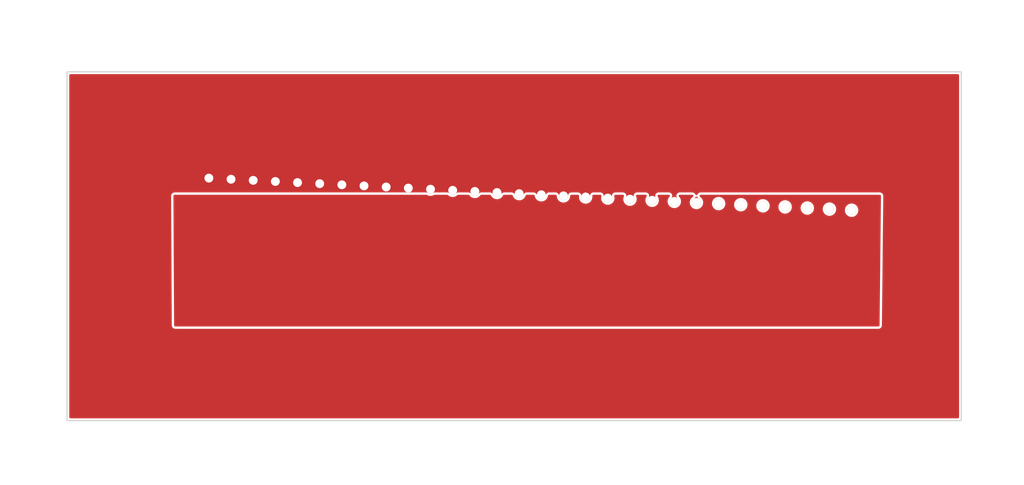
<source format=kicad_pcb>
(kicad_pcb (version 20211014) (generator pcbnew)

  (general
    (thickness 1.6)
  )

  (paper "A4")
  (title_block
    (title "Demo Kicad")
    (date "2015-10-09")
    (rev "2")
  )

  (layers
    (0 "F.Cu" signal "Top_layer")
    (1 "In1.Cu" power "GND_layer")
    (2 "In2.Cu" power "VDD_layer")
    (31 "B.Cu" signal "Bottom_layer")
    (32 "B.Adhes" user "B.Adhesive")
    (33 "F.Adhes" user "F.Adhesive")
    (34 "B.Paste" user)
    (35 "F.Paste" user)
    (36 "B.SilkS" user "B.Silkscreen")
    (37 "F.SilkS" user "F.Silkscreen")
    (38 "B.Mask" user)
    (39 "F.Mask" user)
    (40 "Dwgs.User" user "User.Drawings")
    (41 "Cmts.User" user "User.Comments")
    (44 "Edge.Cuts" user)
    (45 "Margin" user)
    (46 "B.CrtYd" user "B.Courtyard")
    (47 "F.CrtYd" user "F.Courtyard")
    (48 "B.Fab" user)
    (49 "F.Fab" user)
  )

  (setup
    (stackup
      (layer "F.SilkS" (type "Top Silk Screen") (color "White") (material "Liquid Photo"))
      (layer "F.Paste" (type "Top Solder Paste"))
      (layer "F.Mask" (type "Top Solder Mask") (color "Green") (thickness 0.01) (material "Dry Film") (epsilon_r 3.3) (loss_tangent 0))
      (layer "F.Cu" (type "copper") (thickness 0.035))
      (layer "dielectric 1" (type "prepreg") (thickness 0.48) (material "FR4") (epsilon_r 4.5) (loss_tangent 0.02))
      (layer "In1.Cu" (type "copper") (thickness 0.035))
      (layer "dielectric 2" (type "core") (thickness 0.48) (material "FR4") (epsilon_r 4.5) (loss_tangent 0.02))
      (layer "In2.Cu" (type "copper") (thickness 0.035))
      (layer "dielectric 3" (type "prepreg") (thickness 0.48) (material "FR4") (epsilon_r 4.5) (loss_tangent 0.02))
      (layer "B.Cu" (type "copper") (thickness 0.035))
      (layer "B.Mask" (type "Bottom Solder Mask") (color "Green") (thickness 0.01) (material "Dry Film") (epsilon_r 3.3) (loss_tangent 0))
      (layer "B.Paste" (type "Bottom Solder Paste"))
      (layer "B.SilkS" (type "Bottom Silk Screen") (color "White") (material "Liquid Photo"))
      (copper_finish "ENIG")
      (dielectric_constraints no)
    )
    (pad_to_mask_clearance 0)
    (aux_axis_origin 65.151 148.4122)
    (pcbplotparams
      (layerselection 0x00010fc_ffffffff)
      (disableapertmacros false)
      (usegerberextensions false)
      (usegerberattributes true)
      (usegerberadvancedattributes true)
      (creategerberjobfile true)
      (svguseinch false)
      (svgprecision 6)
      (excludeedgelayer false)
      (plotframeref false)
      (viasonmask false)
      (mode 1)
      (useauxorigin false)
      (hpglpennumber 1)
      (hpglpenspeed 20)
      (hpglpendiameter 15.000000)
      (dxfpolygonmode true)
      (dxfimperialunits true)
      (dxfusepcbnewfont true)
      (psnegative false)
      (psa4output false)
      (plotreference true)
      (plotvalue true)
      (plotinvisibletext false)
      (sketchpadsonfab false)
      (subtractmaskfromsilk false)
      (outputformat 1)
      (mirror false)
      (drillshape 0)
      (scaleselection 1)
      (outputdirectory "plots/")
    )
  )

  (net 0 "")
  (net 1 "GND")
  (net 2 "+3.3V")

  (gr_rect (start 103.5 89.25) (end 143.85 105) (layer "Edge.Cuts") (width 0.05) (fill none) (tstamp 01e6ef9e-cc19-4fc0-b0f9-6ccaa25c8de0))

  (via (at 120.9 94.6) (size 0.8) (drill 0.4) (layers "F.Cu" "B.Cu") (remove_unused_layers) (free) (net 1) (tstamp 1519798a-5e6d-4616-9ed0-6e793914e9e7))
  (via (at 118.9 94.5) (size 0.8) (drill 0.4) (layers "F.Cu" "B.Cu") (remove_unused_layers) (free) (net 1) (tstamp 1d8f6a0b-4fef-41c2-b095-9599ec3007e2))
  (via (at 127.9 94.95) (size 0.8) (drill 0.4) (layers "F.Cu" "B.Cu") (remove_unused_layers) (free) (net 1) (tstamp 1e6064ea-10cd-44a0-8f09-fc6095fb6d9e))
  (via (at 116.9 94.4) (size 0.8) (drill 0.4) (layers "F.Cu" "B.Cu") (remove_unused_layers) (free) (net 1) (tstamp 2879dcb0-3177-4ad8-8a40-86c6f758754d))
  (via (at 131.9 95.15) (size 0.8) (drill 0.4) (layers "F.Cu" "B.Cu") (remove_unused_layers) (free) (net 1) (tstamp 30bc243a-f6bf-45ea-b8c4-b0e23c53bf2e))
  (via (at 137.9 95.45) (size 0.8) (drill 0.4) (layers "F.Cu" "B.Cu") (remove_unused_layers) (free) (net 1) (tstamp 3a041c41-bc26-4ff9-b43b-86660a26215b))
  (via (at 115.9 94.35) (size 0.8) (drill 0.4) (layers "F.Cu" "B.Cu") (remove_unused_layers) (free) (net 1) (tstamp 447e3d0e-7f77-4cb6-95c8-ce291777d981))
  (via (at 111.9 94.15) (size 0.8) (drill 0.4) (layers "F.Cu" "B.Cu") (remove_unused_layers) (free) (net 1) (tstamp 464c85dd-3042-402f-8087-ac62b1e54ec4))
  (via (at 114.9 94.3) (size 0.8) (drill 0.4) (layers "F.Cu" "B.Cu") (remove_unused_layers) (free) (net 1) (tstamp 4bfb118e-b4e0-400e-86fa-a3b18bee3ba1))
  (via (at 122.9 94.7) (size 0.8) (drill 0.4) (layers "F.Cu" "B.Cu") (remove_unused_layers) (free) (net 1) (tstamp 4dd4a1ed-15d5-418f-8ce4-3c839a6a9977))
  (via (at 119.9 94.55) (size 0.8) (drill 0.4) (layers "F.Cu" "B.Cu") (remove_unused_layers) (free) (net 1) (tstamp 4dfd7a9a-dbfa-47d3-9769-025ca4054f68))
  (via (at 113.9 94.25) (size 0.8) (drill 0.4) (layers "F.Cu" "B.Cu") (remove_unused_layers) (free) (net 1) (tstamp 4fdb7e38-fd40-49b9-95a2-17181df868de))
  (via (at 136.9 95.4) (size 0.8) (drill 0.4) (layers "F.Cu" "B.Cu") (remove_unused_layers) (free) (net 1) (tstamp 4fefcc8d-610e-4ef2-b596-5728416f040d))
  (via (at 130.9 95.1) (size 0.8) (drill 0.4) (layers "F.Cu" "B.Cu") (remove_unused_layers) (free) (net 1) (tstamp 593a7ab3-f370-4e08-85b0-3ccbbc470652))
  (via (at 132.9 95.2) (size 0.8) (drill 0.4) (layers "F.Cu" "B.Cu") (remove_unused_layers) (free) (net 1) (tstamp 6582d9cc-ec96-4482-bf90-fa1cb71461bd))
  (via (at 134.9 95.3) (size 0.8) (drill 0.4) (layers "F.Cu" "B.Cu") (remove_unused_layers) (free) (net 1) (tstamp 7bf6b7c6-33c1-443e-9062-9aa69e56d00c))
  (via (at 117.9 94.45) (size 0.8) (drill 0.4) (layers "F.Cu" "B.Cu") (remove_unused_layers) (free) (net 1) (tstamp 7f804eab-6dde-4240-874c-90e344899708))
  (via (at 124.9 94.8) (size 0.8) (drill 0.4) (layers "F.Cu" "B.Cu") (remove_unused_layers) (free) (net 1) (tstamp 9c05a736-1421-4756-91ab-a9190be99d15))
  (via (at 112.9 94.2) (size 0.8) (drill 0.4) (layers "F.Cu" "B.Cu") (remove_unused_layers) (free) (net 1) (tstamp 9d5052c7-4f4b-46ca-a724-1bea96df1cae))
  (via (at 110.9 94.1) (size 0.8) (drill 0.4) (layers "F.Cu" "B.Cu") (remove_unused_layers) (free) (net 1) (tstamp ad3f3709-e32d-4b5c-9d8f-2fba71888a40))
  (via (at 129.9 95.05) (size 0.8) (drill 0.4) (layers "F.Cu" "B.Cu") (remove_unused_layers) (free) (net 1) (tstamp aec3396a-90b5-455d-877a-7761a368820a))
  (via (at 125.9 94.85) (size 0.8) (drill 0.4) (layers "F.Cu" "B.Cu") (remove_unused_layers) (free) (net 1) (tstamp b571f4f6-10db-4a58-93e5-5d5951f228aa))
  (via (at 138.9 95.5) (size 0.8) (drill 0.4) (layers "F.Cu" "B.Cu") (remove_unused_layers) (free) (net 1) (tstamp d558d8d2-d273-4d33-9b46-646642d7b824))
  (via (at 121.9 94.65) (size 0.8) (drill 0.4) (layers "F.Cu" "B.Cu") (remove_unused_layers) (free) (net 1) (tstamp dc96d1a9-032b-44e0-a095-73822e42ba29))
  (via (at 126.9 94.9) (size 0.8) (drill 0.4) (layers "F.Cu" "B.Cu") (remove_unused_layers) (free) (net 1) (tstamp de16d41a-723c-4602-a403-5ff6f9a38e0e))
  (via (at 123.9 94.75) (size 0.8) (drill 0.4) (layers "F.Cu" "B.Cu") (remove_unused_layers) (free) (net 1) (tstamp df4f61ef-62a1-44ea-8832-3a9f58ae4faa))
  (via (at 128.9 95) (size 0.8) (drill 0.4) (layers "F.Cu" "B.Cu") (remove_unused_layers) (free) (net 1) (tstamp efe0e841-3a24-47b3-8c4d-a642ec687279))
  (via (at 133.9 95.25) (size 0.8) (drill 0.4) (layers "F.Cu" "B.Cu") (remove_unused_layers) (free) (net 1) (tstamp f39e907e-41b5-417f-9f5a-705140f8a99f))
  (via (at 109.9 94.05) (size 0.8) (drill 0.4) (layers "F.Cu" "B.Cu") (remove_unused_layers) (free) (net 1) (tstamp f5cea4eb-49d9-40f8-ba50-604e83453cf7))
  (via (at 135.9 95.35) (size 0.8) (drill 0.4) (layers "F.Cu" "B.Cu") (remove_unused_layers) (free) (net 1) (tstamp fce03433-b726-4648-9c89-a2ef5afd99ad))

  (zone (net 2) (net_name "+3.3V") (layer "F.Cu") (tstamp 0b0bec76-9092-4685-b190-3eb92712710f) (hatch edge 0.508)
    (priority 2)
    (connect_pads yes (clearance 0.1))
    (min_thickness 0.1) (filled_areas_thickness no)
    (fill yes (thermal_gap 0.508) (thermal_bridge_width 0.508) (island_removal_mode 1) (island_area_min 0))
    (polygon
      (pts
        (xy 108.331649 100.75)
        (xy 140.160637 100.75)
        (xy 140.223934 94.8)
        (xy 108.3 94.8)
      )
    )
    (filled_polygon
      (layer "F.Cu")
      (island)
      (pts
        (xy 118.846103 94.800168)
        (xy 118.847014 94.8005)
        (xy 118.952986 94.8005)
        (xy 118.953897 94.800168)
        (xy 118.955822 94.8)
        (xy 119.712607 94.8)
        (xy 119.740067 94.809994)
        (xy 119.740435 94.809357)
        (xy 119.744047 94.811442)
        (xy 119.744101 94.811462)
        (xy 119.744145 94.811499)
        (xy 119.744149 94.811501)
        (xy 119.747432 94.814256)
        (xy 119.75146 94.815722)
        (xy 119.842893 94.849)
        (xy 119.847014 94.8505)
        (xy 119.952986 94.8505)
        (xy 119.957108 94.849)
        (xy 120.04854 94.815722)
        (xy 120.052568 94.814256)
        (xy 120.055851 94.811501)
        (xy 120.055855 94.811499)
        (xy 120.055899 94.811462)
        (xy 120.055953 94.811442)
        (xy 120.059565 94.809357)
        (xy 120.059933 94.809994)
        (xy 120.087393 94.8)
        (xy 120.65302 94.8)
        (xy 120.684517 94.811464)
        (xy 120.747432 94.864256)
        (xy 120.751457 94.865721)
        (xy 120.751459 94.865722)
        (xy 120.835029 94.896138)
        (xy 120.847014 94.9005)
        (xy 120.952986 94.9005)
        (xy 120.964971 94.896138)
        (xy 121.048541 94.865722)
        (xy 121.048543 94.865721)
        (xy 121.052568 94.864256)
        (xy 121.115483 94.811464)
        (xy 121.14698 94.8)
        (xy 121.611324 94.8)
        (xy 121.645972 94.814352)
        (xy 121.653759 94.8245)
        (xy 121.664107 94.842424)
        (xy 121.664109 94.842427)
        (xy 121.666252 94.846138)
        (xy 121.747432 94.914256)
        (xy 121.751457 94.915721)
        (xy 121.751459 94.915722)
        (xy 121.834048 94.945781)
        (xy 121.847014 94.9505)
        (xy 121.952986 94.9505)
        (xy 121.965952 94.945781)
        (xy 122.048541 94.915722)
        (xy 122.048543 94.915721)
        (xy 122.052568 94.914256)
        (xy 122.133748 94.846138)
        (xy 122.135891 94.842427)
        (xy 122.135893 94.842424)
        (xy 122.146241 94.8245)
        (xy 122.175994 94.80167)
        (xy 122.188676 94.8)
        (xy 122.582457 94.8)
        (xy 122.617105 94.814352)
        (xy 122.624892 94.8245)
        (xy 122.666252 94.896138)
        (xy 122.747432 94.964256)
        (xy 122.751457 94.965721)
        (xy 122.751459 94.965722)
        (xy 122.834048 94.995781)
        (xy 122.847014 95.0005)
        (xy 122.952986 95.0005)
        (xy 122.965952 94.995781)
        (xy 123.048541 94.965722)
        (xy 123.048543 94.965721)
        (xy 123.052568 94.964256)
        (xy 123.133748 94.896138)
        (xy 123.175108 94.8245)
        (xy 123.204861 94.80167)
        (xy 123.217543 94.8)
        (xy 123.562564 94.8)
        (xy 123.597212 94.814352)
        (xy 123.61082 94.840491)
        (xy 123.612409 94.8495)
        (xy 123.613266 94.854363)
        (xy 123.666252 94.946138)
        (xy 123.747432 95.014256)
        (xy 123.751457 95.015721)
        (xy 123.751459 95.015722)
        (xy 123.834048 95.045781)
        (xy 123.847014 95.0505)
        (xy 123.952986 95.0505)
        (xy 123.965952 95.045781)
        (xy 124.048541 95.015722)
        (xy 124.048543 95.015721)
        (xy 124.052568 95.014256)
        (xy 124.133748 94.946138)
        (xy 124.186734 94.854363)
        (xy 124.187592 94.8495)
        (xy 124.18918 94.840491)
        (xy 124.209331 94.808862)
        (xy 124.237436 94.8)
        (xy 124.553748 94.8)
        (xy 124.588396 94.814352)
        (xy 124.602004 94.840491)
        (xy 124.613266 94.904363)
        (xy 124.666252 94.996138)
        (xy 124.747432 95.064256)
        (xy 124.751457 95.065721)
        (xy 124.751459 95.065722)
        (xy 124.834048 95.095781)
        (xy 124.847014 95.1005)
        (xy 124.952986 95.1005)
        (xy 124.965952 95.095781)
        (xy 125.048541 95.065722)
        (xy 125.048543 95.065721)
        (xy 125.052568 95.064256)
        (xy 125.133748 94.996138)
        (xy 125.186734 94.904363)
        (xy 125.197996 94.840492)
        (xy 125.218147 94.808862)
        (xy 125.246252 94.8)
        (xy 125.546608 94.8)
        (xy 125.581256 94.814352)
        (xy 125.59521 94.848039)
        (xy 125.594864 94.85)
        (xy 125.602911 94.895637)
        (xy 125.612409 94.9495)
        (xy 125.613266 94.954363)
        (xy 125.666252 95.046138)
        (xy 125.747432 95.114256)
        (xy 125.751457 95.115721)
        (xy 125.751459 95.115722)
        (xy 125.834048 95.145781)
        (xy 125.847014 95.1505)
        (xy 125.952986 95.1505)
        (xy 125.965952 95.145781)
        (xy 126.048541 95.115722)
        (xy 126.048543 95.115721)
        (xy 126.052568 95.114256)
        (xy 126.133748 95.046138)
        (xy 126.186734 94.954363)
        (xy 126.187592 94.9495)
        (xy 126.197089 94.895637)
        (xy 126.205136 94.85)
        (xy 126.20479 94.848039)
        (xy 126.218744 94.814352)
        (xy 126.253392 94.8)
        (xy 126.5541 94.8)
        (xy 126.588748 94.814352)
        (xy 126.6031 94.849)
        (xy 126.602356 94.857508)
        (xy 126.597238 94.886536)
        (xy 126.594864 94.9)
        (xy 126.602911 94.945637)
        (xy 126.612409 94.9995)
        (xy 126.613266 95.004363)
        (xy 126.666252 95.096138)
        (xy 126.747432 95.164256)
        (xy 126.751457 95.165721)
        (xy 126.751459 95.165722)
        (xy 126.834048 95.195781)
        (xy 126.847014 95.2005)
        (xy 126.952986 95.2005)
        (xy 126.965952 95.195781)
        (xy 127.048541 95.165722)
        (xy 127.048543 95.165721)
        (xy 127.052568 95.164256)
        (xy 127.133748 95.096138)
        (xy 127.186734 95.004363)
        (xy 127.187592 94.9995)
        (xy 127.197089 94.945637)
        (xy 127.205136 94.9)
        (xy 127.202762 94.886536)
        (xy 127.197644 94.857508)
        (xy 127.205762 94.820894)
        (xy 127.237392 94.800744)
        (xy 127.2459 94.8)
        (xy 127.562917 94.8)
        (xy 127.597565 94.814352)
        (xy 127.611917 94.849)
        (xy 127.611173 94.857505)
        (xy 127.594864 94.95)
        (xy 127.602911 94.995637)
        (xy 127.612409 95.0495)
        (xy 127.613266 95.054363)
        (xy 127.666252 95.146138)
        (xy 127.747432 95.214256)
        (xy 127.751457 95.215721)
        (xy 127.751459 95.215722)
        (xy 127.834048 95.245781)
        (xy 127.847014 95.2505)
        (xy 127.952986 95.2505)
        (xy 127.965952 95.245781)
        (xy 128.048541 95.215722)
        (xy 128.048543 95.215721)
        (xy 128.052568 95.214256)
        (xy 128.133748 95.146138)
        (xy 128.186734 95.054363)
        (xy 128.187592 95.0495)
        (xy 128.197089 94.995637)
        (xy 128.205136 94.95)
        (xy 128.188827 94.857508)
        (xy 128.196944 94.820895)
        (xy 128.228574 94.800744)
        (xy 128.237083 94.8)
        (xy 128.583612 94.8)
        (xy 128.61826 94.814352)
        (xy 128.632612 94.849)
        (xy 128.626047 94.873499)
        (xy 128.613266 94.895637)
        (xy 128.612522 94.899856)
        (xy 128.612326 94.900967)
        (xy 128.594864 95)
        (xy 128.602911 95.045637)
        (xy 128.612409 95.0995)
        (xy 128.613266 95.104363)
        (xy 128.666252 95.196138)
        (xy 128.747432 95.264256)
        (xy 128.751457 95.265721)
        (xy 128.751459 95.265722)
        (xy 128.834048 95.295781)
        (xy 128.847014 95.3005)
        (xy 128.952986 95.3005)
        (xy 128.965952 95.295781)
        (xy 129.048541 95.265722)
        (xy 129.048543 95.265721)
        (xy 129.052568 95.264256)
        (xy 129.133748 95.196138)
        (xy 129.186734 95.104363)
        (xy 129.187592 95.0995)
        (xy 129.197089 95.045637)
        (xy 129.205136 95)
        (xy 129.187674 94.900967)
        (xy 129.187478 94.899856)
        (xy 129.186734 94.895637)
        (xy 129.173953 94.873499)
        (xy 129.169058 94.836318)
        (xy 129.191888 94.806565)
        (xy 129.216388 94.8)
        (xy 129.612479 94.8)
        (xy 129.647127 94.814352)
        (xy 129.661479 94.849)
        (xy 129.654914 94.8735)
        (xy 129.637179 94.904219)
        (xy 129.613266 94.945637)
        (xy 129.612522 94.949856)
        (xy 129.612326 94.950967)
        (xy 129.594864 95.05)
        (xy 129.602911 95.095637)
        (xy 129.612409 95.1495)
        (xy 129.613266 95.154363)
        (xy 129.666252 95.246138)
        (xy 129.747432 95.314256)
        (xy 129.751457 95.315721)
        (xy 129.751459 95.315722)
        (xy 129.834048 95.345781)
        (xy 129.847014 95.3505)
        (xy 129.952986 95.3505)
        (xy 129.965952 95.345781)
        (xy 130.048541 95.315722)
        (xy 130.048543 95.315721)
        (xy 130.052568 95.314256)
        (xy 130.133748 95.246138)
        (xy 130.186734 95.154363)
        (xy 130.187592 95.1495)
        (xy 130.197089 95.095637)
        (xy 130.205136 95.05)
        (xy 130.187674 94.950967)
        (xy 130.187478 94.949856)
        (xy 130.186734 94.945637)
        (xy 130.162822 94.904219)
        (xy 130.145086 94.8735)
        (xy 130.140191 94.836318)
        (xy 130.163021 94.806565)
        (xy 130.187521 94.8)
        (xy 130.655403 94.8)
        (xy 130.690051 94.814352)
        (xy 130.704403 94.849)
        (xy 130.690051 94.883648)
        (xy 130.6869 94.886536)
        (xy 130.666252 94.903862)
        (xy 130.613266 94.995637)
        (xy 130.612522 94.999856)
        (xy 130.612326 95.000967)
        (xy 130.594864 95.1)
        (xy 130.602911 95.145637)
        (xy 130.612409 95.1995)
        (xy 130.613266 95.204363)
        (xy 130.666252 95.296138)
        (xy 130.747432 95.364256)
        (xy 130.751457 95.365721)
        (xy 130.751459 95.365722)
        (xy 130.834048 95.395781)
        (xy 130.847014 95.4005)
        (xy 130.952986 95.4005)
        (xy 130.965952 95.395781)
        (xy 131.048541 95.365722)
        (xy 131.048543 95.365721)
        (xy 131.052568 95.364256)
        (xy 131.133748 95.296138)
        (xy 131.186734 95.204363)
        (xy 131.187592 95.1995)
        (xy 131.197089 95.145637)
        (xy 131.205136 95.1)
        (xy 131.187674 95.000967)
        (xy 131.187478 94.999856)
        (xy 131.186734 94.995637)
        (xy 131.133748 94.903862)
        (xy 131.1131 94.886536)
        (xy 131.095783 94.85327)
        (xy 131.107061 94.817503)
        (xy 131.140327 94.800186)
        (xy 131.144597 94.8)
        (xy 131.714991 94.8)
        (xy 131.749639 94.814352)
        (xy 131.763991 94.849)
        (xy 131.749639 94.883648)
        (xy 131.746488 94.886536)
        (xy 131.666252 94.953862)
        (xy 131.613266 95.045637)
        (xy 131.612522 95.049856)
        (xy 131.612326 95.050967)
        (xy 131.594864 95.15)
        (xy 131.613266 95.254363)
        (xy 131.666252 95.346138)
        (xy 131.747432 95.414256)
        (xy 131.751457 95.415721)
        (xy 131.751459 95.415722)
        (xy 131.834048 95.445781)
        (xy 131.847014 95.4505)
        (xy 131.952986 95.4505)
        (xy 131.965952 95.445781)
        (xy 132.048541 95.415722)
        (xy 132.048543 95.415721)
        (xy 132.052568 95.414256)
        (xy 132.133748 95.346138)
        (xy 132.186734 95.254363)
        (xy 132.19632 95.2)
        (xy 132.594864 95.2)
        (xy 132.613266 95.304363)
        (xy 132.666252 95.396138)
        (xy 132.747432 95.464256)
        (xy 132.751457 95.465721)
        (xy 132.751459 95.465722)
        (xy 132.834048 95.495781)
        (xy 132.847014 95.5005)
        (xy 132.952986 95.5005)
        (xy 132.965952 95.495781)
        (xy 133.048541 95.465722)
        (xy 133.048543 95.465721)
        (xy 133.052568 95.464256)
        (xy 133.133748 95.396138)
        (xy 133.186734 95.304363)
        (xy 133.19632 95.25)
        (xy 133.594864 95.25)
        (xy 133.613266 95.354363)
        (xy 133.666252 95.446138)
        (xy 133.747432 95.514256)
        (xy 133.751457 95.515721)
        (xy 133.751459 95.515722)
        (xy 133.835029 95.546138)
        (xy 133.847014 95.5505)
        (xy 133.952986 95.5505)
        (xy 133.964971 95.546138)
        (xy 134.048541 95.515722)
        (xy 134.048543 95.515721)
        (xy 134.052568 95.514256)
        (xy 134.133748 95.446138)
        (xy 134.186734 95.354363)
        (xy 134.19632 95.3)
        (xy 134.594864 95.3)
        (xy 134.613266 95.404363)
        (xy 134.666252 95.496138)
        (xy 134.747432 95.564256)
        (xy 134.751457 95.565721)
        (xy 134.751459 95.565722)
        (xy 134.835029 95.596138)
        (xy 134.847014 95.6005)
        (xy 134.952986 95.6005)
        (xy 134.964971 95.596138)
        (xy 135.048541 95.565722)
        (xy 135.048543 95.565721)
        (xy 135.052568 95.564256)
        (xy 135.133748 95.496138)
        (xy 135.186734 95.404363)
        (xy 135.19632 95.35)
        (xy 135.594864 95.35)
        (xy 135.613266 95.454363)
        (xy 135.666252 95.546138)
        (xy 135.747432 95.614256)
        (xy 135.751457 95.615721)
        (xy 135.751459 95.615722)
        (xy 135.835029 95.646138)
        (xy 135.847014 95.6505)
        (xy 135.952986 95.6505)
        (xy 135.964971 95.646138)
        (xy 136.048541 95.615722)
        (xy 136.048543 95.615721)
        (xy 136.052568 95.614256)
        (xy 136.133748 95.546138)
        (xy 136.186734 95.454363)
        (xy 136.19632 95.4)
        (xy 136.594864 95.4)
        (xy 136.613266 95.504363)
        (xy 136.666252 95.596138)
        (xy 136.747432 95.664256)
        (xy 136.751457 95.665721)
        (xy 136.751459 95.665722)
        (xy 136.835029 95.696138)
        (xy 136.847014 95.7005)
        (xy 136.952986 95.7005)
        (xy 136.964971 95.696138)
        (xy 137.048541 95.665722)
        (xy 137.048543 95.665721)
        (xy 137.052568 95.664256)
        (xy 137.133748 95.596138)
        (xy 137.186734 95.504363)
        (xy 137.19632 95.45)
        (xy 137.594864 95.45)
        (xy 137.613266 95.554363)
        (xy 137.666252 95.646138)
        (xy 137.747432 95.714256)
        (xy 137.751457 95.715721)
        (xy 137.751459 95.715722)
        (xy 137.842983 95.749033)
        (xy 137.847014 95.7505)
        (xy 137.952986 95.7505)
        (xy 137.957017 95.749033)
        (xy 138.048541 95.715722)
        (xy 138.048543 95.715721)
        (xy 138.052568 95.714256)
        (xy 138.133748 95.646138)
        (xy 138.186734 95.554363)
        (xy 138.19632 95.5)
        (xy 138.594864 95.5)
        (xy 138.613266 95.604363)
        (xy 138.666252 95.696138)
        (xy 138.747432 95.764256)
        (xy 138.751457 95.765721)
        (xy 138.751459 95.765722)
        (xy 138.842983 95.799033)
        (xy 138.847014 95.8005)
        (xy 138.952986 95.8005)
        (xy 138.957017 95.799033)
        (xy 139.048541 95.765722)
        (xy 139.048543 95.765721)
        (xy 139.052568 95.764256)
        (xy 139.133748 95.696138)
        (xy 139.186734 95.604363)
        (xy 139.205136 95.5)
        (xy 139.188247 95.404219)
        (xy 139.187478 95.399856)
        (xy 139.186734 95.395637)
        (xy 139.133748 95.303862)
        (xy 139.052568 95.235744)
        (xy 139.048543 95.234279)
        (xy 139.048541 95.234278)
        (xy 138.957017 95.200967)
        (xy 138.957016 95.200967)
        (xy 138.952986 95.1995)
        (xy 138.847014 95.1995)
        (xy 138.842984 95.200967)
        (xy 138.842983 95.200967)
        (xy 138.751459 95.234278)
        (xy 138.751457 95.234279)
        (xy 138.747432 95.235744)
        (xy 138.666252 95.303862)
        (xy 138.613266 95.395637)
        (xy 138.612522 95.399856)
        (xy 138.611753 95.404219)
        (xy 138.594864 95.5)
        (xy 138.19632 95.5)
        (xy 138.205136 95.45)
        (xy 138.188247 95.354219)
        (xy 138.187478 95.349856)
        (xy 138.186734 95.345637)
        (xy 138.133748 95.253862)
        (xy 138.052568 95.185744)
        (xy 138.048543 95.184279)
        (xy 138.048541 95.184278)
        (xy 137.957017 95.150967)
        (xy 137.957016 95.150967)
        (xy 137.952986 95.1495)
        (xy 137.847014 95.1495)
        (xy 137.842984 95.150967)
        (xy 137.842983 95.150967)
        (xy 137.751459 95.184278)
        (xy 137.751457 95.184279)
        (xy 137.747432 95.185744)
        (xy 137.666252 95.253862)
        (xy 137.613266 95.345637)
        (xy 137.612522 95.349856)
        (xy 137.611753 95.354219)
        (xy 137.594864 95.45)
        (xy 137.19632 95.45)
        (xy 137.205136 95.4)
        (xy 137.187698 95.301106)
        (xy 137.187478 95.299856)
        (xy 137.186734 95.295637)
        (xy 137.133748 95.203862)
        (xy 137.052568 95.135744)
        (xy 137.048543 95.134279)
        (xy 137.048541 95.134278)
        (xy 136.957017 95.100967)
        (xy 136.957016 95.100967)
        (xy 136.952986 95.0995)
        (xy 136.847014 95.0995)
        (xy 136.842984 95.100967)
        (xy 136.842983 95.100967)
        (xy 136.751459 95.134278)
        (xy 136.751457 95.134279)
        (xy 136.747432 95.135744)
        (xy 136.666252 95.203862)
        (xy 136.613266 95.295637)
        (xy 136.612522 95.299856)
        (xy 136.612302 95.301106)
        (xy 136.594864 95.4)
        (xy 136.19632 95.4)
        (xy 136.205136 95.35)
        (xy 136.187698 95.251106)
        (xy 136.187478 95.249856)
        (xy 136.186734 95.245637)
        (xy 136.133748 95.153862)
        (xy 136.052568 95.085744)
        (xy 136.048543 95.084279)
        (xy 136.048541 95.084278)
        (xy 135.957017 95.050967)
        (xy 135.957016 95.050967)
        (xy 135.952986 95.0495)
        (xy 135.847014 95.0495)
        (xy 135.842984 95.050967)
        (xy 135.842983 95.050967)
        (xy 135.751459 95.084278)
        (xy 135.751457 95.084279)
        (xy 135.747432 95.085744)
        (xy 135.666252 95.153862)
        (xy 135.613266 95.245637)
        (xy 135.612522 95.249856)
        (xy 135.612302 95.251106)
        (xy 135.594864 95.35)
        (xy 135.19632 95.35)
        (xy 135.205136 95.3)
        (xy 135.187674 95.200967)
        (xy 135.187478 95.199856)
        (xy 135.186734 95.195637)
        (xy 135.133748 95.103862)
        (xy 135.052568 95.035744)
        (xy 135.048543 95.034279)
        (xy 135.048541 95.034278)
        (xy 134.957017 95.000967)
        (xy 134.957016 95.000967)
        (xy 134.952986 94.9995)
        (xy 134.847014 94.9995)
        (xy 134.842984 95.000967)
        (xy 134.842983 95.000967)
        (xy 134.751459 95.034278)
        (xy 134.751457 95.034279)
        (xy 134.747432 95.035744)
        (xy 134.666252 95.103862)
        (xy 134.613266 95.195637)
        (xy 134.612522 95.199856)
        (xy 134.612326 95.200967)
        (xy 134.594864 95.3)
        (xy 134.19632 95.3)
        (xy 134.205136 95.25)
        (xy 134.187674 95.150967)
        (xy 134.187478 95.149856)
        (xy 134.186734 95.145637)
        (xy 134.133748 95.053862)
        (xy 134.052568 94.985744)
        (xy 134.048543 94.984279)
        (xy 134.048541 94.984278)
        (xy 133.957017 94.950967)
        (xy 133.957016 94.950967)
        (xy 133.952986 94.9495)
        (xy 133.847014 94.9495)
        (xy 133.842984 94.950967)
        (xy 133.842983 94.950967)
        (xy 133.751459 94.984278)
        (xy 133.751457 94.984279)
        (xy 133.747432 94.985744)
        (xy 133.666252 95.053862)
        (xy 133.613266 95.145637)
        (xy 133.612522 95.149856)
        (xy 133.612326 95.150967)
        (xy 133.594864 95.25)
        (xy 133.19632 95.25)
        (xy 133.205136 95.2)
        (xy 133.187674 95.100967)
        (xy 133.187478 95.099856)
        (xy 133.186734 95.095637)
        (xy 133.133748 95.003862)
        (xy 133.052568 94.935744)
        (xy 133.048543 94.934279)
        (xy 133.048541 94.934278)
        (xy 132.957017 94.900967)
        (xy 132.957016 94.900967)
        (xy 132.952986 94.8995)
        (xy 132.847014 94.8995)
        (xy 132.842984 94.900967)
        (xy 132.842983 94.900967)
        (xy 132.751459 94.934278)
        (xy 132.751457 94.934279)
        (xy 132.747432 94.935744)
        (xy 132.666252 95.003862)
        (xy 132.613266 95.095637)
        (xy 132.612522 95.099856)
        (xy 132.612326 95.100967)
        (xy 132.594864 95.2)
        (xy 132.19632 95.2)
        (xy 132.205136 95.15)
        (xy 132.187674 95.050967)
        (xy 132.187478 95.049856)
        (xy 132.186734 95.045637)
        (xy 132.133748 94.953862)
        (xy 132.053512 94.886536)
        (xy 132.036195 94.853271)
        (xy 132.047473 94.817503)
        (xy 132.080738 94.800186)
        (xy 132.085009 94.8)
        (xy 140.17441 94.8)
        (xy 140.209058 94.814352)
        (xy 140.223407 94.849521)
        (xy 140.198014 97.236521)
        (xy 140.161156 100.701261)
        (xy 140.161153 100.701521)
        (xy 140.146434 100.736015)
        (xy 140.112156 100.75)
        (xy 108.380389 100.75)
        (xy 108.345741 100.735648)
        (xy 108.33139 100.701261)
        (xy 108.302416 95.254219)
        (xy 108.300262 94.849261)
        (xy 108.314429 94.814537)
        (xy 108.349261 94.8)
        (xy 118.844178 94.8)
      )
    )
  )
  (zone (net 1) (net_name "GND") (layer "F.Cu") (tstamp f4bf9aa6-e5df-4b19-8ade-cc016bc7b8f6) (hatch edge 0.508)
    (connect_pads yes (clearance 0.1))
    (min_thickness 0.1) (filled_areas_thickness no)
    (fill yes (thermal_gap 0.508) (thermal_bridge_width 0.508) (island_removal_mode 1) (island_area_min 0))
    (polygon
      (pts
        (xy 100.55 107.9)
        (xy 146.65 107.630685)
        (xy 146.691312 86.035029)
        (xy 100.475178 86.004175)
      )
    )
    (filled_polygon
      (layer "F.Cu")
      (island)
      (pts
        (xy 143.735148 89.364852)
        (xy 143.7495 89.3995)
        (xy 143.7495 104.8505)
        (xy 143.735148 104.885148)
        (xy 143.7005 104.8995)
        (xy 103.6495 104.8995)
        (xy 103.614852 104.885148)
        (xy 103.6005 104.8505)
        (xy 103.6005 94.849822)
        (xy 108.194763 94.849822)
        (xy 108.225891 100.701822)
        (xy 108.234029 100.741894)
        (xy 108.24838 100.776281)
        (xy 108.255787 100.790771)
        (xy 108.305367 100.833117)
        (xy 108.340015 100.847469)
        (xy 108.342377 100.847939)
        (xy 108.342381 100.84794)
        (xy 108.360202 100.851485)
        (xy 108.380389 100.8555)
        (xy 140.112156 100.8555)
        (xy 140.152009 100.847683)
        (xy 140.186287 100.833698)
        (xy 140.200599 100.826549)
        (xy 140.243469 100.777421)
        (xy 140.258188 100.742927)
        (xy 140.266647 100.702643)
        (xy 140.266682 100.699433)
        (xy 140.328875 94.853089)
        (xy 140.328901 94.850643)
        (xy 140.321089 94.809666)
        (xy 140.320074 94.807177)
        (xy 140.307118 94.775423)
        (xy 140.307116 94.775419)
        (xy 140.30674 94.774497)
        (xy 140.306041 94.773115)
        (xy 140.301205 94.763561)
        (xy 140.301204 94.76356)
        (xy 140.299012 94.759229)
        (xy 140.267154 94.732019)
        (xy 140.252364 94.719387)
        (xy 140.252363 94.719386)
        (xy 140.249432 94.716883)
        (xy 140.214784 94.702531)
        (xy 140.212422 94.702061)
        (xy 140.212418 94.70206)
        (xy 140.191427 94.697885)
        (xy 140.17441 94.6945)
        (xy 132.085009 94.6945)
        (xy 132.080419 94.6946)
        (xy 132.076148 94.694786)
        (xy 132.032023 94.706607)
        (xy 131.998758 94.723924)
        (xy 131.99795 94.724429)
        (xy 131.997948 94.72443)
        (xy 131.991311 94.728577)
        (xy 131.98472 94.732695)
        (xy 131.946856 94.785778)
        (xy 131.945697 94.789452)
        (xy 131.943976 94.792905)
        (xy 131.942394 94.792116)
        (xy 131.922237 94.816142)
        (xy 131.884877 94.819413)
        (xy 131.856146 94.795309)
        (xy 131.854338 94.791432)
        (xy 131.847478 94.77487)
        (xy 131.847473 94.774859)
        (xy 131.847108 94.773978)
        (xy 131.839593 94.759229)
        (xy 131.797736 94.723479)
        (xy 131.792945 94.719387)
        (xy 131.792944 94.719386)
        (xy 131.790013 94.716883)
        (xy 131.755365 94.702531)
        (xy 131.753003 94.702061)
        (xy 131.752999 94.70206)
        (xy 131.732008 94.697885)
        (xy 131.714991 94.6945)
        (xy 131.144597 94.6945)
        (xy 131.140006 94.6946)
        (xy 131.135736 94.694786)
        (xy 131.091613 94.706606)
        (xy 131.089241 94.707841)
        (xy 131.089238 94.707842)
        (xy 131.078662 94.713348)
        (xy 131.058347 94.723923)
        (xy 131.05754 94.724427)
        (xy 131.05753 94.724433)
        (xy 131.050899 94.728577)
        (xy 131.044309 94.732695)
        (xy 131.041505 94.736626)
        (xy 131.041504 94.736627)
        (xy 131.038527 94.740801)
        (xy 131.006444 94.785777)
        (xy 131.005285 94.789454)
        (xy 131.005284 94.789455)
        (xy 130.997975 94.812636)
        (xy 130.995166 94.821544)
        (xy 130.991442 94.837676)
        (xy 130.992238 94.842433)
        (xy 130.992238 94.842436)
        (xy 130.997826 94.875827)
        (xy 131.002203 94.901984)
        (xy 131.01952 94.93525)
        (xy 131.045285 94.967353)
        (xy 131.047125 94.968896)
        (xy 131.048535 94.970338)
        (xy 131.055946 94.980106)
        (xy 131.081748 95.024797)
        (xy 131.087567 95.040786)
        (xy 131.096385 95.090787)
        (xy 131.096509 95.091491)
        (xy 131.096509 95.108506)
        (xy 131.087567 95.159216)
        (xy 131.081749 95.175201)
        (xy 131.067432 95.2)
        (xy 131.056003 95.219795)
        (xy 131.045065 95.232831)
        (xy 131.005623 95.265927)
        (xy 130.990884 95.274436)
        (xy 130.942502 95.292045)
        (xy 130.925744 95.295)
        (xy 130.874256 95.295)
        (xy 130.857498 95.292045)
        (xy 130.809116 95.274436)
        (xy 130.794377 95.265927)
        (xy 130.754935 95.232831)
        (xy 130.743997 95.219795)
        (xy 130.732568 95.2)
        (xy 130.718251 95.175201)
        (xy 130.712433 95.159216)
        (xy 130.703491 95.108506)
        (xy 130.703491 95.091491)
        (xy 130.703616 95.090787)
        (xy 130.712433 95.040786)
        (xy 130.718252 95.024797)
        (xy 130.744002 94.980197)
        (xy 130.754502 94.967533)
        (xy 130.754567 94.967478)
        (xy 130.754715 94.967353)
        (xy 130.756341 94.965927)
        (xy 130.758023 94.964452)
        (xy 130.758051 94.964427)
        (xy 130.758183 94.964311)
        (xy 130.761334 94.961423)
        (xy 130.78752 94.924022)
        (xy 130.801872 94.889374)
        (xy 130.806988 94.873628)
        (xy 130.806524 94.867722)
        (xy 130.804202 94.838227)
        (xy 130.801872 94.808626)
        (xy 130.800397 94.805064)
        (xy 130.78789 94.77487)
        (xy 130.787885 94.774859)
        (xy 130.78752 94.773978)
        (xy 130.780005 94.759229)
        (xy 130.738148 94.723479)
        (xy 130.733357 94.719387)
        (xy 130.733356 94.719386)
        (xy 130.730425 94.716883)
        (xy 130.695777 94.702531)
        (xy 130.693415 94.702061)
        (xy 130.693411 94.70206)
        (xy 130.67242 94.697885)
        (xy 130.655403 94.6945)
        (xy 130.187521 94.6945)
        (xy 130.17517 94.696126)
        (xy 130.161807 94.697885)
        (xy 130.161801 94.697886)
        (xy 130.160215 94.698095)
        (xy 130.158667 94.69851)
        (xy 130.158661 94.698511)
        (xy 130.139595 94.70362)
        (xy 130.139593 94.703621)
        (xy 130.135715 94.70466)
        (xy 130.079322 94.742341)
        (xy 130.076878 94.745526)
        (xy 130.076876 94.745528)
        (xy 130.066053 94.759634)
        (xy 130.056492 94.772094)
        (xy 130.055978 94.772886)
        (xy 130.055972 94.772894)
        (xy 130.050105 94.781928)
        (xy 130.050104 94.78193)
        (xy 130.047476 94.785977)
        (xy 130.035594 94.850088)
        (xy 130.040489 94.88727)
        (xy 130.041262 94.889546)
        (xy 130.041262 94.889548)
        (xy 130.047698 94.908508)
        (xy 130.05372 94.92625)
        (xy 130.058916 94.93525)
        (xy 130.081749 94.9748)
        (xy 130.087568 94.990788)
        (xy 130.096509 95.041494)
        (xy 130.096509 95.058506)
        (xy 130.087567 95.109216)
        (xy 130.081749 95.125201)
        (xy 130.067432 95.15)
        (xy 130.056003 95.169795)
        (xy 130.045065 95.182831)
        (xy 130.005623 95.215927)
        (xy 129.990884 95.224436)
        (xy 129.942502 95.242045)
        (xy 129.925744 95.245)
        (xy 129.874256 95.245)
        (xy 129.857498 95.242045)
        (xy 129.809116 95.224436)
        (xy 129.794377 95.215927)
        (xy 129.754935 95.182831)
        (xy 129.743997 95.169795)
        (xy 129.732568 95.15)
        (xy 129.718251 95.125201)
        (xy 129.712433 95.109216)
        (xy 129.703491 95.058506)
        (xy 129.703491 95.041494)
        (xy 129.712432 94.990788)
        (xy 129.718251 94.9748)
        (xy 129.74548 94.927637)
        (xy 129.745484 94.927628)
        (xy 129.74628 94.92625)
        (xy 129.747032 94.924436)
        (xy 129.756204 94.90229)
        (xy 129.756819 94.900806)
        (xy 129.763384 94.876306)
        (xy 129.760544 94.832973)
        (xy 129.759211 94.812636)
        (xy 129.759211 94.812635)
        (xy 129.758948 94.808626)
        (xy 129.751007 94.789455)
        (xy 129.744966 94.77487)
        (xy 129.744961 94.774859)
        (xy 129.744596 94.773978)
        (xy 129.737081 94.759229)
        (xy 129.695224 94.723479)
        (xy 129.690433 94.719387)
        (xy 129.690432 94.719386)
        (xy 129.687501 94.716883)
        (xy 129.652853 94.702531)
        (xy 129.650491 94.702061)
        (xy 129.650487 94.70206)
        (xy 129.629496 94.697885)
        (xy 129.612479 94.6945)
        (xy 129.216388 94.6945)
        (xy 129.204037 94.696126)
        (xy 129.190674 94.697885)
        (xy 129.190668 94.697886)
        (xy 129.189082 94.698095)
        (xy 129.187534 94.69851)
        (xy 129.187528 94.698511)
        (xy 129.168462 94.70362)
        (xy 129.16846 94.703621)
        (xy 129.164582 94.70466)
        (xy 129.108189 94.742341)
        (xy 129.105745 94.745526)
        (xy 129.105743 94.745528)
        (xy 129.085954 94.771318)
        (xy 129.085359 94.772094)
        (xy 129.084136 94.773978)
        (xy 129.079072 94.781776)
        (xy 129.076343 94.785978)
        (xy 129.075464 94.790719)
        (xy 129.075464 94.79072)
        (xy 129.066761 94.837678)
        (xy 129.064461 94.850089)
        (xy 129.069356 94.88727)
        (xy 129.070128 94.889546)
        (xy 129.070129 94.889548)
        (xy 129.080993 94.921551)
        (xy 129.082587 94.926248)
        (xy 129.083789 94.92833)
        (xy 129.083828 94.928416)
        (xy 129.087452 94.940129)
        (xy 129.08779 94.942045)
        (xy 129.096509 94.991494)
        (xy 129.096509 95.008506)
        (xy 129.087566 95.059221)
        (xy 129.081749 95.075201)
        (xy 129.067432 95.1)
        (xy 129.056003 95.119795)
        (xy 129.045065 95.132831)
        (xy 129.005623 95.165927)
        (xy 128.990884 95.174436)
        (xy 128.942502 95.192045)
        (xy 128.925744 95.195)
        (xy 128.874256 95.195)
        (xy 128.857498 95.192045)
        (xy 128.809116 95.174436)
        (xy 128.794377 95.165927)
        (xy 128.754935 95.132831)
        (xy 128.743997 95.119795)
        (xy 128.732568 95.1)
        (xy 128.718251 95.075201)
        (xy 128.712434 95.059221)
        (xy 128.703491 95.008506)
        (xy 128.703491 94.991494)
        (xy 128.712501 94.940397)
        (xy 128.716765 94.927371)
        (xy 128.717413 94.926248)
        (xy 128.727952 94.900806)
        (xy 128.734517 94.876307)
        (xy 128.731677 94.832973)
        (xy 128.730344 94.812636)
        (xy 128.730344 94.812635)
        (xy 128.730081 94.808626)
        (xy 128.72214 94.789455)
        (xy 128.716099 94.77487)
        (xy 128.716094 94.774859)
        (xy 128.715729 94.773978)
        (xy 128.708214 94.759229)
        (xy 128.666357 94.723479)
        (xy 128.661566 94.719387)
        (xy 128.661565 94.719386)
        (xy 128.658634 94.716883)
        (xy 128.623986 94.702531)
        (xy 128.621624 94.702061)
        (xy 128.62162 94.70206)
        (xy 128.600629 94.697885)
        (xy 128.583612 94.6945)
        (xy 128.237083 94.6945)
        (xy 128.227893 94.694901)
        (xy 128.219384 94.695645)
        (xy 128.216599 94.69659)
        (xy 128.216596 94.696591)
        (xy 128.180941 94.708694)
        (xy 128.171888 94.711767)
        (xy 128.169408 94.713347)
        (xy 128.143933 94.729577)
        (xy 128.140258 94.731918)
        (xy 128.127038 94.74188)
        (xy 128.12218 94.750127)
        (xy 128.096982 94.792905)
        (xy 128.093945 94.79806)
        (xy 128.093111 94.801823)
        (xy 128.09311 94.801825)
        (xy 128.090698 94.812704)
        (xy 128.085828 94.834673)
        (xy 128.085775 94.837084)
        (xy 128.085775 94.837087)
        (xy 128.085445 94.852229)
        (xy 128.08493 94.875828)
        (xy 128.085348 94.878197)
        (xy 128.085348 94.878201)
        (xy 128.096509 94.941494)
        (xy 128.096509 94.958506)
        (xy 128.087566 95.009221)
        (xy 128.081749 95.025201)
        (xy 128.067432 95.05)
        (xy 128.056003 95.069795)
        (xy 128.045065 95.082831)
        (xy 128.005623 95.115927)
        (xy 127.990884 95.124436)
        (xy 127.942502 95.142045)
        (xy 127.925744 95.145)
        (xy 127.874256 95.145)
        (xy 127.857498 95.142045)
        (xy 127.809116 95.124436)
        (xy 127.794377 95.115927)
        (xy 127.754935 95.082831)
        (xy 127.743997 95.069795)
        (xy 127.718254 95.025206)
        (xy 127.712434 95.009216)
        (xy 127.703492 94.958509)
        (xy 127.703491 94.94149)
        (xy 127.704592 94.93525)
        (xy 127.713472 94.884885)
        (xy 127.714982 94.876324)
        (xy 127.714985 94.876306)
        (xy 127.71507 94.875824)
        (xy 127.715152 94.875206)
        (xy 127.716199 94.867251)
        (xy 127.716272 94.866699)
        (xy 127.717016 94.858194)
        (xy 127.709386 94.808626)
        (xy 127.707911 94.805064)
        (xy 127.695404 94.77487)
        (xy 127.695399 94.774859)
        (xy 127.695034 94.773978)
        (xy 127.687519 94.759229)
        (xy 127.645662 94.723479)
        (xy 127.640871 94.719387)
        (xy 127.64087 94.719386)
        (xy 127.637939 94.716883)
        (xy 127.603291 94.702531)
        (xy 127.600929 94.702061)
        (xy 127.600925 94.70206)
        (xy 127.579934 94.697885)
        (xy 127.562917 94.6945)
        (xy 127.2459 94.6945)
        (xy 127.236709 94.694901)
        (xy 127.235121 94.69504)
        (xy 127.231134 94.695388)
        (xy 127.23113 94.695389)
        (xy 127.228201 94.695645)
        (xy 127.180708 94.711766)
        (xy 127.149078 94.731916)
        (xy 127.135857 94.741878)
        (xy 127.133409 94.746034)
        (xy 127.133408 94.746035)
        (xy 127.132149 94.748172)
        (xy 127.102763 94.798057)
        (xy 127.101929 94.801818)
        (xy 127.101928 94.801821)
        (xy 127.095167 94.832315)
        (xy 127.094645 94.834671)
        (xy 127.094592 94.83708)
        (xy 127.094592 94.837084)
        (xy 127.0938 94.873415)
        (xy 127.093747 94.875827)
        (xy 127.094163 94.878187)
        (xy 127.094164 94.878199)
        (xy 127.096508 94.891489)
        (xy 127.096508 94.908508)
        (xy 127.087566 94.959216)
        (xy 127.081746 94.975206)
        (xy 127.056003 95.019795)
        (xy 127.045065 95.032831)
        (xy 127.005623 95.065927)
        (xy 126.990884 95.074436)
        (xy 126.942502 95.092045)
        (xy 126.925744 95.095)
        (xy 126.874256 95.095)
        (xy 126.857498 95.092045)
        (xy 126.809116 95.074436)
        (xy 126.794377 95.065927)
        (xy 126.754935 95.032831)
        (xy 126.743997 95.019795)
        (xy 126.718254 94.975206)
        (xy 126.712434 94.959216)
        (xy 126.703492 94.908508)
        (xy 126.703492 94.891489)
        (xy 126.70616 94.876357)
        (xy 126.706168 94.876307)
        (xy 126.706253 94.875827)
        (xy 126.70732 94.867722)
        (xy 126.707387 94.867217)
        (xy 126.707388 94.867207)
        (xy 126.707455 94.866699)
        (xy 126.707943 94.861125)
        (xy 126.707943 94.861119)
        (xy 126.708199 94.858191)
        (xy 126.700569 94.808626)
        (xy 126.699094 94.805064)
        (xy 126.686587 94.77487)
        (xy 126.686582 94.774859)
        (xy 126.686217 94.773978)
        (xy 126.678702 94.759229)
        (xy 126.636845 94.723479)
        (xy 126.632054 94.719387)
        (xy 126.632053 94.719386)
        (xy 126.629122 94.716883)
        (xy 126.594474 94.702531)
        (xy 126.592112 94.702061)
        (xy 126.592108 94.70206)
        (xy 126.571117 94.697885)
        (xy 126.5541 94.6945)
        (xy 126.253392 94.6945)
        (xy 126.236375 94.697885)
        (xy 126.215384 94.70206)
        (xy 126.21538 94.702061)
        (xy 126.213018 94.702531)
        (xy 126.19814 94.708694)
        (xy 126.179262 94.716513)
        (xy 126.179251 94.716518)
        (xy 126.17837 94.716883)
        (xy 126.163621 94.724398)
        (xy 126.136566 94.756075)
        (xy 126.124726 94.769938)
        (xy 126.121275 94.773978)
        (xy 126.113791 94.792045)
        (xy 126.109742 94.801821)
        (xy 126.107321 94.807665)
        (xy 126.106943 94.811121)
        (xy 126.106942 94.811124)
        (xy 126.105735 94.822155)
        (xy 126.10232 94.83187)
        (xy 126.101239 94.83168)
        (xy 126.091857 94.884885)
        (xy 126.087567 94.909215)
        (xy 126.081746 94.925206)
        (xy 126.056003 94.969795)
        (xy 126.045065 94.982831)
        (xy 126.005623 95.015927)
        (xy 125.990884 95.024436)
        (xy 125.942502 95.042045)
        (xy 125.925744 95.045)
        (xy 125.874256 95.045)
        (xy 125.857498 95.042045)
        (xy 125.809116 95.024436)
        (xy 125.794377 95.015927)
        (xy 125.754935 94.982831)
        (xy 125.743997 94.969795)
        (xy 125.718254 94.925206)
        (xy 125.712433 94.909215)
        (xy 125.699915 94.838224)
        (xy 125.698761 94.83168)
        (xy 125.697681 94.83187)
        (xy 125.694265 94.822156)
        (xy 125.693058 94.811124)
        (xy 125.693057 94.811121)
        (xy 125.692679 94.807665)
        (xy 125.69026 94.801825)
        (xy 125.679095 94.77487)
        (xy 125.67909 94.774859)
        (xy 125.678725 94.773978)
        (xy 125.67121 94.759229)
        (xy 125.629353 94.723479)
        (xy 125.624562 94.719387)
        (xy 125.624561 94.719386)
        (xy 125.62163 94.716883)
        (xy 125.586982 94.702531)
        (xy 125.58462 94.702061)
        (xy 125.584616 94.70206)
        (xy 125.563625 94.697885)
        (xy 125.546608 94.6945)
        (xy 125.246252 94.6945)
        (xy 125.214526 94.699383)
        (xy 125.204542 94.702531)
        (xy 125.186819 94.708119)
        (xy 125.186793 94.708128)
        (xy 125.186421 94.708245)
        (xy 125.186039 94.70838)
        (xy 125.186031 94.708383)
        (xy 125.183521 94.709272)
        (xy 125.18352 94.709273)
        (xy 125.179482 94.710703)
        (xy 125.12917 94.752176)
        (xy 125.127099 94.755427)
        (xy 125.127098 94.755428)
        (xy 125.12401 94.760275)
        (xy 125.109019 94.783806)
        (xy 125.094099 94.822172)
        (xy 125.093682 94.824537)
        (xy 125.087567 94.859215)
        (xy 125.081746 94.875206)
        (xy 125.056003 94.919795)
        (xy 125.045065 94.932831)
        (xy 125.005623 94.965927)
        (xy 124.990884 94.974436)
        (xy 124.942502 94.992045)
        (xy 124.925744 94.995)
        (xy 124.874256 94.995)
        (xy 124.857498 94.992045)
        (xy 124.809116 94.974436)
        (xy 124.794377 94.965927)
        (xy 124.754935 94.932831)
        (xy 124.743997 94.919795)
        (xy 124.718253 94.875206)
        (xy 124.712432 94.859214)
        (xy 124.708635 94.837678)
        (xy 124.705901 94.822172)
        (xy 124.705094 94.819795)
        (xy 124.696186 94.793552)
        (xy 124.696184 94.793547)
        (xy 124.695582 94.791774)
        (xy 124.686782 94.77487)
        (xy 124.682162 94.765995)
        (xy 124.682148 94.76597)
        (xy 124.681974 94.765635)
        (xy 124.67835 94.759229)
        (xy 124.636493 94.723479)
        (xy 124.631702 94.719387)
        (xy 124.631701 94.719386)
        (xy 124.62877 94.716883)
        (xy 124.594122 94.702531)
        (xy 124.59176 94.702061)
        (xy 124.591756 94.70206)
        (xy 124.570765 94.697885)
        (xy 124.553748 94.6945)
        (xy 124.237436 94.6945)
        (xy 124.20571 94.699383)
        (xy 124.177605 94.708245)
        (xy 124.177174 94.708398)
        (xy 124.177152 94.708405)
        (xy 124.176337 94.708694)
        (xy 124.170668 94.710702)
        (xy 124.167363 94.713426)
        (xy 124.16736 94.713428)
        (xy 124.15401 94.724433)
        (xy 124.120355 94.752175)
        (xy 124.118287 94.75542)
        (xy 124.118285 94.755423)
        (xy 124.104362 94.777277)
        (xy 124.100204 94.783804)
        (xy 124.090319 94.809223)
        (xy 124.087097 94.815939)
        (xy 124.056003 94.869796)
        (xy 124.045065 94.882831)
        (xy 124.005623 94.915927)
        (xy 123.990884 94.924436)
        (xy 123.942502 94.942045)
        (xy 123.925744 94.945)
        (xy 123.874256 94.945)
        (xy 123.857498 94.942045)
        (xy 123.809116 94.924436)
        (xy 123.794377 94.915927)
        (xy 123.754935 94.882831)
        (xy 123.743997 94.869795)
        (xy 123.714583 94.818849)
        (xy 123.710619 94.8101)
        (xy 123.709793 94.807665)
        (xy 123.705598 94.795309)
        (xy 123.705002 94.793552)
        (xy 123.705 94.793547)
        (xy 123.704398 94.791774)
        (xy 123.695598 94.77487)
        (xy 123.690978 94.765995)
        (xy 123.690964 94.76597)
        (xy 123.69079 94.765635)
        (xy 123.687166 94.759229)
        (xy 123.645309 94.723479)
        (xy 123.640518 94.719387)
        (xy 123.640517 94.719386)
        (xy 123.637586 94.716883)
        (xy 123.602938 94.702531)
        (xy 123.600576 94.702061)
        (xy 123.600572 94.70206)
        (xy 123.579581 94.697885)
        (xy 123.562564 94.6945)
        (xy 123.217543 94.6945)
        (xy 123.216735 94.694553)
        (xy 123.216734 94.694553)
        (xy 123.21585 94.694611)
        (xy 123.203769 94.695403)
        (xy 123.202976 94.695507)
        (xy 123.20297 94.695508)
        (xy 123.197794 94.69619)
        (xy 123.191087 94.697073)
        (xy 123.18812 94.698302)
        (xy 123.186198 94.699098)
        (xy 123.140637 94.717971)
        (xy 123.110884 94.740801)
        (xy 123.109293 94.742615)
        (xy 123.109292 94.742616)
        (xy 123.094348 94.759656)
        (xy 123.083742 94.77175)
        (xy 123.07279 94.79072)
        (xy 123.056003 94.819795)
        (xy 123.045065 94.832831)
        (xy 123.005623 94.865927)
        (xy 122.990884 94.874436)
        (xy 122.942502 94.892045)
        (xy 122.925744 94.895)
        (xy 122.874256 94.895)
        (xy 122.857498 94.892045)
        (xy 122.809116 94.874436)
        (xy 122.794377 94.865927)
        (xy 122.754935 94.832831)
        (xy 122.743997 94.819795)
        (xy 122.716658 94.772442)
        (xy 122.716651 94.772431)
        (xy 122.716258 94.77175)
        (xy 122.710786 94.763561)
        (xy 122.709022 94.760921)
        (xy 122.709017 94.760914)
        (xy 122.70859 94.760275)
        (xy 122.700803 94.750127)
        (xy 122.657479 94.716883)
        (xy 122.622831 94.702531)
        (xy 122.620469 94.702061)
        (xy 122.620465 94.70206)
        (xy 122.599474 94.697885)
        (xy 122.582457 94.6945)
        (xy 122.188676 94.6945)
        (xy 122.187868 94.694553)
        (xy 122.187867 94.694553)
        (xy 122.186983 94.694611)
        (xy 122.174902 94.695403)
        (xy 122.174109 94.695507)
        (xy 122.174103 94.695508)
        (xy 122.168927 94.69619)
        (xy 122.16222 94.697073)
        (xy 122.159253 94.698302)
        (xy 122.157331 94.699098)
        (xy 122.11177 94.717971)
        (xy 122.082017 94.740801)
        (xy 122.080427 94.742615)
        (xy 122.080425 94.742616)
        (xy 122.074192 94.749724)
        (xy 122.054876 94.771749)
        (xy 122.053871 94.77349)
        (xy 122.045749 94.782257)
        (xy 122.010226 94.812065)
        (xy 122.005623 94.815927)
        (xy 121.990884 94.824436)
        (xy 121.942502 94.842045)
        (xy 121.925744 94.845)
        (xy 121.874256 94.845)
        (xy 121.857498 94.842045)
        (xy 121.809116 94.824436)
        (xy 121.794377 94.815927)
        (xy 121.754751 94.782676)
        (xy 121.745214 94.771689)
        (xy 121.745124 94.771749)
        (xy 121.73791 94.760952)
        (xy 121.737901 94.760939)
        (xy 121.737457 94.760275)
        (xy 121.72967 94.750127)
        (xy 121.686346 94.716883)
        (xy 121.651698 94.702531)
        (xy 121.649336 94.702061)
        (xy 121.649332 94.70206)
        (xy 121.628341 94.697885)
        (xy 121.611324 94.6945)
        (xy 121.14698 94.6945)
        (xy 121.125416 94.698302)
        (xy 121.113 94.700491)
        (xy 121.112998 94.700492)
        (xy 121.110897 94.700862)
        (xy 121.100462 94.70466)
        (xy 121.081524 94.711553)
        (xy 121.0794 94.712326)
        (xy 121.07755 94.713394)
        (xy 121.077548 94.713395)
        (xy 121.04952 94.729577)
        (xy 121.049517 94.729579)
        (xy 121.047669 94.730646)
        (xy 121.018141 94.755423)
        (xy 121.005623 94.765927)
        (xy 120.990884 94.774436)
        (xy 120.942502 94.792045)
        (xy 120.925744 94.795)
        (xy 120.874256 94.795)
        (xy 120.857498 94.792045)
        (xy 120.809116 94.774436)
        (xy 120.794377 94.765927)
        (xy 120.781859 94.755423)
        (xy 120.752331 94.730646)
        (xy 120.750483 94.729579)
        (xy 120.75048 94.729577)
        (xy 120.722452 94.713395)
        (xy 120.72245 94.713394)
        (xy 120.7206 94.712326)
        (xy 120.718477 94.711553)
        (xy 120.699538 94.70466)
        (xy 120.689103 94.700862)
        (xy 120.687002 94.700492)
        (xy 120.687 94.700491)
        (xy 120.674584 94.698302)
        (xy 120.65302 94.6945)
        (xy 120.087393 94.6945)
        (xy 120.085291 94.694871)
        (xy 120.085287 94.694871)
        (xy 120.068196 94.697885)
        (xy 120.051312 94.700862)
        (xy 120.023852 94.710856)
        (xy 120.022951 94.70838)
        (xy 120.022093 94.708694)
        (xy 120.023134 94.710902)
        (xy 120.019372 94.712675)
        (xy 120.019311 94.71251)
        (xy 120.019257 94.71253)
        (xy 120.017433 94.71359)
        (xy 120.017428 94.713592)
        (xy 120.015894 94.714483)
        (xy 120.009968 94.717319)
        (xy 120.006822 94.717987)
        (xy 120.004238 94.719479)
        (xy 120.003681 94.719464)
        (xy 120.003782 94.719742)
        (xy 119.942503 94.742045)
        (xy 119.925744 94.745)
        (xy 119.874256 94.745)
        (xy 119.857498 94.742045)
        (xy 119.799647 94.72099)
        (xy 119.795304 94.719169)
        (xy 119.794852 94.718953)
        (xy 119.793178 94.717987)
        (xy 119.787864 94.715946)
        (xy 119.784533 94.714337)
        (xy 119.784464 94.714484)
        (xy 119.782564 94.713588)
        (xy 119.780743 94.71253)
        (xy 119.780689 94.71251)
        (xy 119.780616 94.712707)
        (xy 119.778524 94.71236)
        (xy 119.776424 94.711553)
        (xy 119.775992 94.711285)
        (xy 119.776148 94.710856)
        (xy 119.76787 94.707843)
        (xy 119.762566 94.705913)
        (xy 119.748688 94.700862)
        (xy 119.731804 94.697885)
        (xy 119.714713 94.694871)
        (xy 119.714709 94.694871)
        (xy 119.712607 94.6945)
        (xy 118.955822 94.6945)
        (xy 118.949294 94.694784)
        (xy 118.947198 94.694875)
        (xy 118.947191 94.694875)
        (xy 118.94665 94.694899)
        (xy 118.946576 94.694905)
        (xy 118.943683 94.695)
        (xy 118.856317 94.695)
        (xy 118.853424 94.694905)
        (xy 118.85335 94.694899)
        (xy 118.852809 94.694875)
        (xy 118.852802 94.694875)
        (xy 118.850706 94.694784)
        (xy 118.844178 94.6945)
        (xy 108.349261 94.6945)
        (xy 108.346892 94.694974)
        (xy 108.346887 94.694975)
        (xy 108.311003 94.702163)
        (xy 108.311 94.702164)
        (xy 108.308628 94.702639)
        (xy 108.285843 94.712148)
        (xy 108.274706 94.716796)
        (xy 108.274701 94.716798)
        (xy 108.273796 94.717176)
        (xy 108.272924 94.717625)
        (xy 108.272919 94.717627)
        (xy 108.270564 94.718839)
        (xy 108.258827 94.724878)
        (xy 108.216746 94.774683)
        (xy 108.202579 94.809407)
        (xy 108.202123 94.811764)
        (xy 108.202122 94.811768)
        (xy 108.195444 94.8463)
        (xy 108.194763 94.849822)
        (xy 103.6005 94.849822)
        (xy 103.6005 89.3995)
        (xy 103.614852 89.364852)
        (xy 103.6495 89.3505)
        (xy 143.7005 89.3505)
      )
    )
    (filled_polygon
      (layer "F.Cu")
      (island)
      (pts
        (xy 138.942502 95.307955)
        (xy 138.990884 95.325564)
        (xy 139.005623 95.334073)
        (xy 139.045065 95.367169)
        (xy 139.056003 95.380205)
        (xy 139.081749 95.424799)
        (xy 139.087567 95.440784)
        (xy 139.096509 95.491491)
        (xy 139.096509 95.508506)
        (xy 139.087567 95.559216)
        (xy 139.081749 95.575201)
        (xy 139.062677 95.608235)
        (xy 139.056003 95.619795)
        (xy 139.045065 95.632831)
        (xy 139.005623 95.665927)
        (xy 138.990884 95.674436)
        (xy 138.942502 95.692045)
        (xy 138.925744 95.695)
        (xy 138.874256 95.695)
        (xy 138.857498 95.692045)
        (xy 138.809116 95.674436)
        (xy 138.794377 95.665927)
        (xy 138.754935 95.632831)
        (xy 138.743997 95.619795)
        (xy 138.737323 95.608235)
        (xy 138.718251 95.575201)
        (xy 138.712433 95.559216)
        (xy 138.703491 95.508506)
        (xy 138.703491 95.491491)
        (xy 138.712433 95.440784)
        (xy 138.718251 95.424799)
        (xy 138.743997 95.380205)
        (xy 138.754935 95.367169)
        (xy 138.794377 95.334073)
        (xy 138.809116 95.325564)
        (xy 138.857498 95.307955)
        (xy 138.874256 95.305)
        (xy 138.925744 95.305)
      )
    )
    (filled_polygon
      (layer "F.Cu")
      (island)
      (pts
        (xy 137.942502 95.257955)
        (xy 137.990884 95.275564)
        (xy 138.005623 95.284073)
        (xy 138.045065 95.317169)
        (xy 138.056003 95.330205)
        (xy 138.081749 95.374799)
        (xy 138.087566 95.390779)
        (xy 138.096509 95.441491)
        (xy 138.096509 95.458506)
        (xy 138.092423 95.481679)
        (xy 138.092423 95.481681)
        (xy 138.089192 95.500001)
        (xy 138.087567 95.509215)
        (xy 138.081749 95.525201)
        (xy 138.056002 95.569798)
        (xy 138.045065 95.582831)
        (xy 138.005623 95.615927)
        (xy 137.990884 95.624436)
        (xy 137.942502 95.642045)
        (xy 137.925744 95.645)
        (xy 137.874256 95.645)
        (xy 137.857498 95.642045)
        (xy 137.809116 95.624436)
        (xy 137.794377 95.615927)
        (xy 137.754935 95.582831)
        (xy 137.743997 95.569795)
        (xy 137.737323 95.558235)
        (xy 137.718251 95.525201)
        (xy 137.712433 95.509215)
        (xy 137.703491 95.458506)
        (xy 137.703491 95.441491)
        (xy 137.703492 95.441488)
        (xy 137.712433 95.390784)
        (xy 137.718251 95.374799)
        (xy 137.743997 95.330205)
        (xy 137.754935 95.317169)
        (xy 137.794377 95.284073)
        (xy 137.809116 95.275564)
        (xy 137.857498 95.257955)
        (xy 137.874256 95.255)
        (xy 137.925744 95.255)
      )
    )
    (filled_polygon
      (layer "F.Cu")
      (island)
      (pts
        (xy 136.942502 95.207955)
        (xy 136.990884 95.225564)
        (xy 137.005623 95.234073)
        (xy 137.045065 95.267169)
        (xy 137.056003 95.280205)
        (xy 137.081749 95.324799)
        (xy 137.087566 95.340779)
        (xy 137.096509 95.391491)
        (xy 137.096509 95.408506)
        (xy 137.094221 95.421481)
        (xy 137.092423 95.431679)
        (xy 137.09222 95.432831)
        (xy 137.089192 95.450001)
        (xy 137.087567 95.459215)
        (xy 137.081749 95.475201)
        (xy 137.056002 95.519798)
        (xy 137.045065 95.532831)
        (xy 137.005623 95.565927)
        (xy 136.990884 95.574436)
        (xy 136.942502 95.592045)
        (xy 136.925744 95.595)
        (xy 136.874256 95.595)
        (xy 136.857498 95.592045)
        (xy 136.809116 95.574436)
        (xy 136.794377 95.565927)
        (xy 136.754935 95.532831)
        (xy 136.743997 95.519795)
        (xy 136.732568 95.5)
        (xy 136.718251 95.475201)
        (xy 136.712433 95.459215)
        (xy 136.703491 95.408506)
        (xy 136.703491 95.391491)
        (xy 136.703492 95.391488)
        (xy 136.712433 95.340784)
        (xy 136.718251 95.324799)
        (xy 136.743997 95.280205)
        (xy 136.754935 95.267169)
        (xy 136.794377 95.234073)
        (xy 136.809116 95.225564)
        (xy 136.857498 95.207955)
        (xy 136.874256 95.205)
        (xy 136.925744 95.205)
      )
    )
    (filled_polygon
      (layer "F.Cu")
      (island)
      (pts
        (xy 135.942502 95.157955)
        (xy 135.990884 95.175564)
        (xy 136.005623 95.184073)
        (xy 136.045065 95.217169)
        (xy 136.056003 95.230205)
        (xy 136.081749 95.274799)
        (xy 136.087566 95.290779)
        (xy 136.096509 95.341491)
        (xy 136.096509 95.358506)
        (xy 136.094221 95.371481)
        (xy 136.092423 95.381679)
        (xy 136.09222 95.382831)
        (xy 136.089192 95.400001)
        (xy 136.087567 95.409215)
        (xy 136.081749 95.425201)
        (xy 136.056002 95.469798)
        (xy 136.045065 95.482831)
        (xy 136.005623 95.515927)
        (xy 135.990884 95.524436)
        (xy 135.942502 95.542045)
        (xy 135.925744 95.545)
        (xy 135.874256 95.545)
        (xy 135.857498 95.542045)
        (xy 135.809116 95.524436)
        (xy 135.794377 95.515927)
        (xy 135.754935 95.482831)
        (xy 135.743997 95.469795)
        (xy 135.732568 95.45)
        (xy 135.718251 95.425201)
        (xy 135.712433 95.409215)
        (xy 135.703491 95.358506)
        (xy 135.703491 95.341491)
        (xy 135.703492 95.341488)
        (xy 135.712433 95.290784)
        (xy 135.718251 95.274799)
        (xy 135.743997 95.230205)
        (xy 135.754935 95.217169)
        (xy 135.794377 95.184073)
        (xy 135.809116 95.175564)
        (xy 135.857498 95.157955)
        (xy 135.874256 95.155)
        (xy 135.925744 95.155)
      )
    )
    (filled_polygon
      (layer "F.Cu")
      (island)
      (pts
        (xy 134.942502 95.107955)
        (xy 134.990884 95.125564)
        (xy 135.005623 95.134073)
        (xy 135.045065 95.167169)
        (xy 135.056003 95.180205)
        (xy 135.081749 95.224799)
        (xy 135.087566 95.240779)
        (xy 135.096509 95.291491)
        (xy 135.096509 95.308506)
        (xy 135.094221 95.321481)
        (xy 135.092423 95.331679)
        (xy 135.09222 95.332831)
        (xy 135.089192 95.350001)
        (xy 135.087567 95.359215)
        (xy 135.081749 95.375201)
        (xy 135.056002 95.419798)
        (xy 135.045065 95.432831)
        (xy 135.005623 95.465927)
        (xy 134.990884 95.474436)
        (xy 134.942502 95.492045)
        (xy 134.925744 95.495)
        (xy 134.874256 95.495)
        (xy 134.857498 95.492045)
        (xy 134.809116 95.474436)
        (xy 134.794377 95.465927)
        (xy 134.754935 95.432831)
        (xy 134.743997 95.419795)
        (xy 134.732568 95.4)
        (xy 134.718251 95.375201)
        (xy 134.712433 95.359215)
        (xy 134.703491 95.308506)
        (xy 134.703491 95.291491)
        (xy 134.703492 95.291488)
        (xy 134.712433 95.240784)
        (xy 134.718251 95.224799)
        (xy 134.743997 95.180205)
        (xy 134.754935 95.167169)
        (xy 134.794377 95.134073)
        (xy 134.809116 95.125564)
        (xy 134.857498 95.107955)
        (xy 134.874256 95.105)
        (xy 134.925744 95.105)
      )
    )
    (filled_polygon
      (layer "F.Cu")
      (island)
      (pts
        (xy 133.942502 95.057955)
        (xy 133.990884 95.075564)
        (xy 134.005623 95.084073)
        (xy 134.045065 95.117169)
        (xy 134.056003 95.130205)
        (xy 134.081749 95.174799)
        (xy 134.087566 95.190779)
        (xy 134.096509 95.241491)
        (xy 134.096509 95.258506)
        (xy 134.094221 95.271481)
        (xy 134.092423 95.281679)
        (xy 134.09222 95.282831)
        (xy 134.089192 95.300001)
        (xy 134.087567 95.309215)
        (xy 134.081749 95.325201)
        (xy 134.056002 95.369798)
        (xy 134.045065 95.382831)
        (xy 134.005623 95.415927)
        (xy 133.990884 95.424436)
        (xy 133.942502 95.442045)
        (xy 133.925744 95.445)
        (xy 133.874256 95.445)
        (xy 133.857498 95.442045)
        (xy 133.809116 95.424436)
        (xy 133.794377 95.415927)
        (xy 133.754935 95.382831)
        (xy 133.743997 95.369795)
        (xy 133.732568 95.35)
        (xy 133.718251 95.325201)
        (xy 133.712433 95.309215)
        (xy 133.703491 95.258506)
        (xy 133.703491 95.241491)
        (xy 133.703492 95.241488)
        (xy 133.712433 95.190784)
        (xy 133.718251 95.174799)
        (xy 133.743997 95.130205)
        (xy 133.754935 95.117169)
        (xy 133.794377 95.084073)
        (xy 133.809116 95.075564)
        (xy 133.857498 95.057955)
        (xy 133.874256 95.055)
        (xy 133.925744 95.055)
      )
    )
    (filled_polygon
      (layer "F.Cu")
      (island)
      (pts
        (xy 132.942502 95.007955)
        (xy 132.990884 95.025564)
        (xy 133.005623 95.034073)
        (xy 133.045065 95.067169)
        (xy 133.056003 95.080205)
        (xy 133.081749 95.124799)
        (xy 133.087566 95.140779)
        (xy 133.096509 95.191491)
        (xy 133.096509 95.208506)
        (xy 133.094221 95.221481)
        (xy 133.092423 95.231679)
        (xy 133.09222 95.232831)
        (xy 133.089192 95.250001)
        (xy 133.087567 95.259215)
        (xy 133.081749 95.275201)
        (xy 133.056002 95.319798)
        (xy 133.045065 95.332831)
        (xy 133.005623 95.365927)
        (xy 132.990884 95.374436)
        (xy 132.942502 95.392045)
        (xy 132.925744 95.395)
        (xy 132.874256 95.395)
        (xy 132.857498 95.392045)
        (xy 132.809116 95.374436)
        (xy 132.794377 95.365927)
        (xy 132.754935 95.332831)
        (xy 132.743997 95.319795)
        (xy 132.732568 95.3)
        (xy 132.718251 95.275201)
        (xy 132.712433 95.259215)
        (xy 132.703491 95.208506)
        (xy 132.703491 95.191491)
        (xy 132.703492 95.191488)
        (xy 132.712433 95.140784)
        (xy 132.718251 95.124799)
        (xy 132.743997 95.080205)
        (xy 132.754935 95.067169)
        (xy 132.794377 95.034073)
        (xy 132.809116 95.025564)
        (xy 132.857498 95.007955)
        (xy 132.874256 95.005)
        (xy 132.925744 95.005)
      )
    )
    (filled_polygon
      (layer "F.Cu")
      (island)
      (pts
        (xy 131.943032 94.902785)
        (xy 131.959933 94.935251)
        (xy 131.985698 94.967354)
        (xy 131.987544 94.968903)
        (xy 132.045065 95.017169)
        (xy 132.056003 95.030205)
        (xy 132.081749 95.074799)
        (xy 132.087566 95.090779)
        (xy 132.096509 95.141491)
        (xy 132.096509 95.158506)
        (xy 132.094221 95.171481)
        (xy 132.092423 95.181679)
        (xy 132.09222 95.182831)
        (xy 132.089192 95.200001)
        (xy 132.087567 95.209215)
        (xy 132.081749 95.225201)
        (xy 132.056002 95.269798)
        (xy 132.045065 95.282831)
        (xy 132.005623 95.315927)
        (xy 131.990884 95.324436)
        (xy 131.942502 95.342045)
        (xy 131.925744 95.345)
        (xy 131.874256 95.345)
        (xy 131.857498 95.342045)
        (xy 131.809116 95.324436)
        (xy 131.794377 95.315927)
        (xy 131.754935 95.282831)
        (xy 131.743997 95.269795)
        (xy 131.732568 95.25)
        (xy 131.718251 95.225201)
        (xy 131.712433 95.209215)
        (xy 131.703491 95.158506)
        (xy 131.703491 95.141491)
        (xy 131.703492 95.141488)
        (xy 131.712433 95.090784)
        (xy 131.718251 95.074799)
        (xy 131.743997 95.030205)
        (xy 131.754935 95.017169)
        (xy 131.814089 94.967533)
        (xy 131.814102 94.967522)
        (xy 131.814302 94.967354)
        (xy 131.817771 94.964311)
        (xy 131.820922 94.961423)
        (xy 131.847108 94.924022)
        (xy 131.850462 94.915927)
        (xy 131.8543 94.90666)
        (xy 131.880819 94.880142)
        (xy 131.918322 94.880142)
      )
    )
  )
)

</source>
